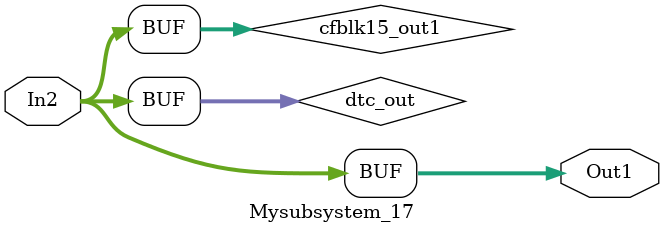
<source format=v>



`timescale 1 ns / 1 ns

module Mysubsystem_17
          (In2,
           Out1);


  input   [7:0] In2;  // uint8
  output  [7:0] Out1;  // uint8


  wire [7:0] dtc_out;  // ufix8
  wire [7:0] cfblk15_out1;  // uint8


  assign dtc_out = In2;



  assign cfblk15_out1 = dtc_out;



  assign Out1 = cfblk15_out1;

endmodule  // Mysubsystem_17


</source>
